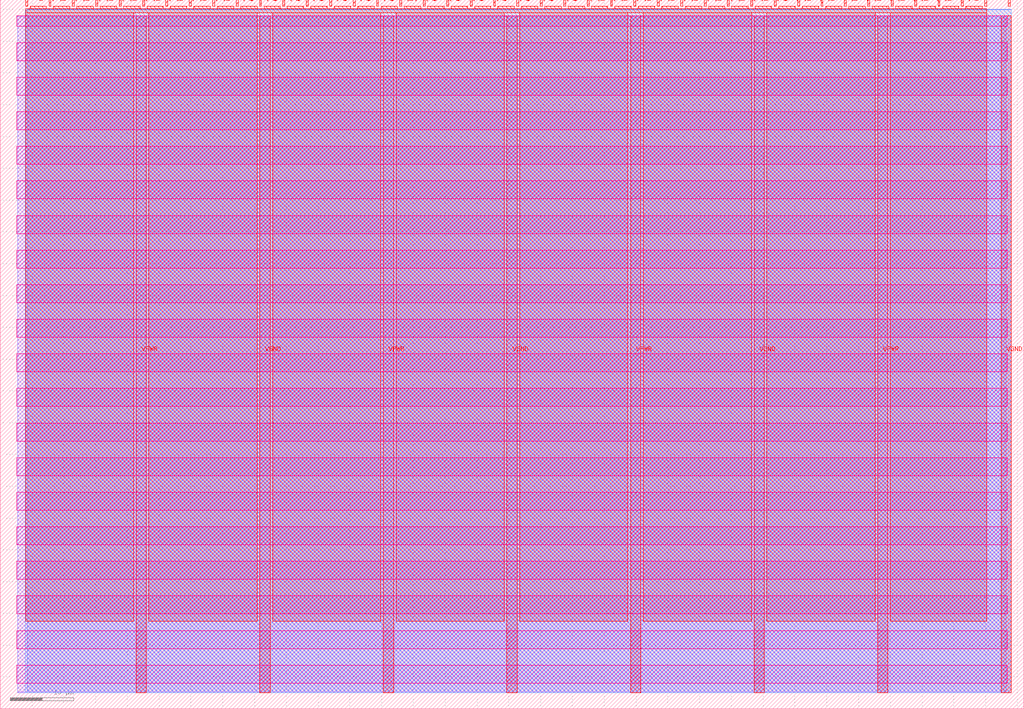
<source format=lef>
VERSION 5.7 ;
  NOWIREEXTENSIONATPIN ON ;
  DIVIDERCHAR "/" ;
  BUSBITCHARS "[]" ;
MACRO tt_um_seanyen0_SIMON
  CLASS BLOCK ;
  FOREIGN tt_um_seanyen0_SIMON ;
  ORIGIN 0.000 0.000 ;
  SIZE 161.000 BY 111.520 ;
  PIN VGND
    DIRECTION INOUT ;
    USE GROUND ;
    PORT
      LAYER met4 ;
        RECT 40.830 2.480 42.430 109.040 ;
    END
    PORT
      LAYER met4 ;
        RECT 79.700 2.480 81.300 109.040 ;
    END
    PORT
      LAYER met4 ;
        RECT 118.570 2.480 120.170 109.040 ;
    END
    PORT
      LAYER met4 ;
        RECT 157.440 2.480 159.040 109.040 ;
    END
  END VGND
  PIN VPWR
    DIRECTION INOUT ;
    USE POWER ;
    PORT
      LAYER met4 ;
        RECT 21.395 2.480 22.995 109.040 ;
    END
    PORT
      LAYER met4 ;
        RECT 60.265 2.480 61.865 109.040 ;
    END
    PORT
      LAYER met4 ;
        RECT 99.135 2.480 100.735 109.040 ;
    END
    PORT
      LAYER met4 ;
        RECT 138.005 2.480 139.605 109.040 ;
    END
  END VPWR
  PIN clk
    DIRECTION INPUT ;
    USE SIGNAL ;
    ANTENNAGATEAREA 0.852000 ;
    PORT
      LAYER met4 ;
        RECT 154.870 110.520 155.170 111.520 ;
    END
  END clk
  PIN ena
    DIRECTION INPUT ;
    USE SIGNAL ;
    PORT
      LAYER met4 ;
        RECT 158.550 110.520 158.850 111.520 ;
    END
  END ena
  PIN rst_n
    DIRECTION INPUT ;
    USE SIGNAL ;
    ANTENNAGATEAREA 0.196500 ;
    PORT
      LAYER met4 ;
        RECT 151.190 110.520 151.490 111.520 ;
    END
  END rst_n
  PIN ui_in[0]
    DIRECTION INPUT ;
    USE SIGNAL ;
    ANTENNAGATEAREA 0.196500 ;
    PORT
      LAYER met4 ;
        RECT 147.510 110.520 147.810 111.520 ;
    END
  END ui_in[0]
  PIN ui_in[1]
    DIRECTION INPUT ;
    USE SIGNAL ;
    ANTENNAGATEAREA 0.196500 ;
    PORT
      LAYER met4 ;
        RECT 143.830 110.520 144.130 111.520 ;
    END
  END ui_in[1]
  PIN ui_in[2]
    DIRECTION INPUT ;
    USE SIGNAL ;
    ANTENNAGATEAREA 0.196500 ;
    PORT
      LAYER met4 ;
        RECT 140.150 110.520 140.450 111.520 ;
    END
  END ui_in[2]
  PIN ui_in[3]
    DIRECTION INPUT ;
    USE SIGNAL ;
    ANTENNAGATEAREA 0.196500 ;
    PORT
      LAYER met4 ;
        RECT 136.470 110.520 136.770 111.520 ;
    END
  END ui_in[3]
  PIN ui_in[4]
    DIRECTION INPUT ;
    USE SIGNAL ;
    ANTENNAGATEAREA 0.318000 ;
    PORT
      LAYER met4 ;
        RECT 132.790 110.520 133.090 111.520 ;
    END
  END ui_in[4]
  PIN ui_in[5]
    DIRECTION INPUT ;
    USE SIGNAL ;
    ANTENNAGATEAREA 0.318000 ;
    PORT
      LAYER met4 ;
        RECT 129.110 110.520 129.410 111.520 ;
    END
  END ui_in[5]
  PIN ui_in[6]
    DIRECTION INPUT ;
    USE SIGNAL ;
    ANTENNAGATEAREA 0.318000 ;
    PORT
      LAYER met4 ;
        RECT 125.430 110.520 125.730 111.520 ;
    END
  END ui_in[6]
  PIN ui_in[7]
    DIRECTION INPUT ;
    USE SIGNAL ;
    ANTENNAGATEAREA 0.196500 ;
    PORT
      LAYER met4 ;
        RECT 121.750 110.520 122.050 111.520 ;
    END
  END ui_in[7]
  PIN uio_in[0]
    DIRECTION INPUT ;
    USE SIGNAL ;
    PORT
      LAYER met4 ;
        RECT 118.070 110.520 118.370 111.520 ;
    END
  END uio_in[0]
  PIN uio_in[1]
    DIRECTION INPUT ;
    USE SIGNAL ;
    PORT
      LAYER met4 ;
        RECT 114.390 110.520 114.690 111.520 ;
    END
  END uio_in[1]
  PIN uio_in[2]
    DIRECTION INPUT ;
    USE SIGNAL ;
    PORT
      LAYER met4 ;
        RECT 110.710 110.520 111.010 111.520 ;
    END
  END uio_in[2]
  PIN uio_in[3]
    DIRECTION INPUT ;
    USE SIGNAL ;
    PORT
      LAYER met4 ;
        RECT 107.030 110.520 107.330 111.520 ;
    END
  END uio_in[3]
  PIN uio_in[4]
    DIRECTION INPUT ;
    USE SIGNAL ;
    PORT
      LAYER met4 ;
        RECT 103.350 110.520 103.650 111.520 ;
    END
  END uio_in[4]
  PIN uio_in[5]
    DIRECTION INPUT ;
    USE SIGNAL ;
    PORT
      LAYER met4 ;
        RECT 99.670 110.520 99.970 111.520 ;
    END
  END uio_in[5]
  PIN uio_in[6]
    DIRECTION INPUT ;
    USE SIGNAL ;
    PORT
      LAYER met4 ;
        RECT 95.990 110.520 96.290 111.520 ;
    END
  END uio_in[6]
  PIN uio_in[7]
    DIRECTION INPUT ;
    USE SIGNAL ;
    PORT
      LAYER met4 ;
        RECT 92.310 110.520 92.610 111.520 ;
    END
  END uio_in[7]
  PIN uio_oe[0]
    DIRECTION OUTPUT TRISTATE ;
    USE SIGNAL ;
    PORT
      LAYER met4 ;
        RECT 29.750 110.520 30.050 111.520 ;
    END
  END uio_oe[0]
  PIN uio_oe[1]
    DIRECTION OUTPUT TRISTATE ;
    USE SIGNAL ;
    PORT
      LAYER met4 ;
        RECT 26.070 110.520 26.370 111.520 ;
    END
  END uio_oe[1]
  PIN uio_oe[2]
    DIRECTION OUTPUT TRISTATE ;
    USE SIGNAL ;
    PORT
      LAYER met4 ;
        RECT 22.390 110.520 22.690 111.520 ;
    END
  END uio_oe[2]
  PIN uio_oe[3]
    DIRECTION OUTPUT TRISTATE ;
    USE SIGNAL ;
    PORT
      LAYER met4 ;
        RECT 18.710 110.520 19.010 111.520 ;
    END
  END uio_oe[3]
  PIN uio_oe[4]
    DIRECTION OUTPUT TRISTATE ;
    USE SIGNAL ;
    PORT
      LAYER met4 ;
        RECT 15.030 110.520 15.330 111.520 ;
    END
  END uio_oe[4]
  PIN uio_oe[5]
    DIRECTION OUTPUT TRISTATE ;
    USE SIGNAL ;
    PORT
      LAYER met4 ;
        RECT 11.350 110.520 11.650 111.520 ;
    END
  END uio_oe[5]
  PIN uio_oe[6]
    DIRECTION OUTPUT TRISTATE ;
    USE SIGNAL ;
    PORT
      LAYER met4 ;
        RECT 7.670 110.520 7.970 111.520 ;
    END
  END uio_oe[6]
  PIN uio_oe[7]
    DIRECTION OUTPUT TRISTATE ;
    USE SIGNAL ;
    PORT
      LAYER met4 ;
        RECT 3.990 110.520 4.290 111.520 ;
    END
  END uio_oe[7]
  PIN uio_out[0]
    DIRECTION OUTPUT TRISTATE ;
    USE SIGNAL ;
    PORT
      LAYER met4 ;
        RECT 59.190 110.520 59.490 111.520 ;
    END
  END uio_out[0]
  PIN uio_out[1]
    DIRECTION OUTPUT TRISTATE ;
    USE SIGNAL ;
    PORT
      LAYER met4 ;
        RECT 55.510 110.520 55.810 111.520 ;
    END
  END uio_out[1]
  PIN uio_out[2]
    DIRECTION OUTPUT TRISTATE ;
    USE SIGNAL ;
    PORT
      LAYER met4 ;
        RECT 51.830 110.520 52.130 111.520 ;
    END
  END uio_out[2]
  PIN uio_out[3]
    DIRECTION OUTPUT TRISTATE ;
    USE SIGNAL ;
    PORT
      LAYER met4 ;
        RECT 48.150 110.520 48.450 111.520 ;
    END
  END uio_out[3]
  PIN uio_out[4]
    DIRECTION OUTPUT TRISTATE ;
    USE SIGNAL ;
    PORT
      LAYER met4 ;
        RECT 44.470 110.520 44.770 111.520 ;
    END
  END uio_out[4]
  PIN uio_out[5]
    DIRECTION OUTPUT TRISTATE ;
    USE SIGNAL ;
    PORT
      LAYER met4 ;
        RECT 40.790 110.520 41.090 111.520 ;
    END
  END uio_out[5]
  PIN uio_out[6]
    DIRECTION OUTPUT TRISTATE ;
    USE SIGNAL ;
    PORT
      LAYER met4 ;
        RECT 37.110 110.520 37.410 111.520 ;
    END
  END uio_out[6]
  PIN uio_out[7]
    DIRECTION OUTPUT TRISTATE ;
    USE SIGNAL ;
    PORT
      LAYER met4 ;
        RECT 33.430 110.520 33.730 111.520 ;
    END
  END uio_out[7]
  PIN uo_out[0]
    DIRECTION OUTPUT TRISTATE ;
    USE SIGNAL ;
    ANTENNADIFFAREA 0.445500 ;
    PORT
      LAYER met4 ;
        RECT 88.630 110.520 88.930 111.520 ;
    END
  END uo_out[0]
  PIN uo_out[1]
    DIRECTION OUTPUT TRISTATE ;
    USE SIGNAL ;
    ANTENNADIFFAREA 0.445500 ;
    PORT
      LAYER met4 ;
        RECT 84.950 110.520 85.250 111.520 ;
    END
  END uo_out[1]
  PIN uo_out[2]
    DIRECTION OUTPUT TRISTATE ;
    USE SIGNAL ;
    ANTENNADIFFAREA 0.795200 ;
    PORT
      LAYER met4 ;
        RECT 81.270 110.520 81.570 111.520 ;
    END
  END uo_out[2]
  PIN uo_out[3]
    DIRECTION OUTPUT TRISTATE ;
    USE SIGNAL ;
    ANTENNADIFFAREA 0.445500 ;
    PORT
      LAYER met4 ;
        RECT 77.590 110.520 77.890 111.520 ;
    END
  END uo_out[3]
  PIN uo_out[4]
    DIRECTION OUTPUT TRISTATE ;
    USE SIGNAL ;
    ANTENNADIFFAREA 0.445500 ;
    PORT
      LAYER met4 ;
        RECT 73.910 110.520 74.210 111.520 ;
    END
  END uo_out[4]
  PIN uo_out[5]
    DIRECTION OUTPUT TRISTATE ;
    USE SIGNAL ;
    ANTENNADIFFAREA 0.445500 ;
    PORT
      LAYER met4 ;
        RECT 70.230 110.520 70.530 111.520 ;
    END
  END uo_out[5]
  PIN uo_out[6]
    DIRECTION OUTPUT TRISTATE ;
    USE SIGNAL ;
    ANTENNADIFFAREA 1.336500 ;
    PORT
      LAYER met4 ;
        RECT 66.550 110.520 66.850 111.520 ;
    END
  END uo_out[6]
  PIN uo_out[7]
    DIRECTION OUTPUT TRISTATE ;
    USE SIGNAL ;
    ANTENNADIFFAREA 0.445500 ;
    PORT
      LAYER met4 ;
        RECT 62.870 110.520 63.170 111.520 ;
    END
  END uo_out[7]
  OBS
      LAYER nwell ;
        RECT 2.570 107.385 158.430 108.990 ;
        RECT 2.570 101.945 158.430 104.775 ;
        RECT 2.570 96.505 158.430 99.335 ;
        RECT 2.570 91.065 158.430 93.895 ;
        RECT 2.570 85.625 158.430 88.455 ;
        RECT 2.570 80.185 158.430 83.015 ;
        RECT 2.570 74.745 158.430 77.575 ;
        RECT 2.570 69.305 158.430 72.135 ;
        RECT 2.570 63.865 158.430 66.695 ;
        RECT 2.570 58.425 158.430 61.255 ;
        RECT 2.570 52.985 158.430 55.815 ;
        RECT 2.570 47.545 158.430 50.375 ;
        RECT 2.570 42.105 158.430 44.935 ;
        RECT 2.570 36.665 158.430 39.495 ;
        RECT 2.570 31.225 158.430 34.055 ;
        RECT 2.570 25.785 158.430 28.615 ;
        RECT 2.570 20.345 158.430 23.175 ;
        RECT 2.570 14.905 158.430 17.735 ;
        RECT 2.570 9.465 158.430 12.295 ;
        RECT 2.570 4.025 158.430 6.855 ;
      LAYER li1 ;
        RECT 2.760 2.635 158.240 108.885 ;
      LAYER met1 ;
        RECT 2.760 2.480 159.040 109.040 ;
      LAYER met2 ;
        RECT 4.230 2.535 159.010 110.005 ;
      LAYER met3 ;
        RECT 3.950 2.555 159.030 109.985 ;
      LAYER met4 ;
        RECT 4.690 110.120 7.270 110.520 ;
        RECT 8.370 110.120 10.950 110.520 ;
        RECT 12.050 110.120 14.630 110.520 ;
        RECT 15.730 110.120 18.310 110.520 ;
        RECT 19.410 110.120 21.990 110.520 ;
        RECT 23.090 110.120 25.670 110.520 ;
        RECT 26.770 110.120 29.350 110.520 ;
        RECT 30.450 110.120 33.030 110.520 ;
        RECT 34.130 110.120 36.710 110.520 ;
        RECT 37.810 110.120 40.390 110.520 ;
        RECT 41.490 110.120 44.070 110.520 ;
        RECT 45.170 110.120 47.750 110.520 ;
        RECT 48.850 110.120 51.430 110.520 ;
        RECT 52.530 110.120 55.110 110.520 ;
        RECT 56.210 110.120 58.790 110.520 ;
        RECT 59.890 110.120 62.470 110.520 ;
        RECT 63.570 110.120 66.150 110.520 ;
        RECT 67.250 110.120 69.830 110.520 ;
        RECT 70.930 110.120 73.510 110.520 ;
        RECT 74.610 110.120 77.190 110.520 ;
        RECT 78.290 110.120 80.870 110.520 ;
        RECT 81.970 110.120 84.550 110.520 ;
        RECT 85.650 110.120 88.230 110.520 ;
        RECT 89.330 110.120 91.910 110.520 ;
        RECT 93.010 110.120 95.590 110.520 ;
        RECT 96.690 110.120 99.270 110.520 ;
        RECT 100.370 110.120 102.950 110.520 ;
        RECT 104.050 110.120 106.630 110.520 ;
        RECT 107.730 110.120 110.310 110.520 ;
        RECT 111.410 110.120 113.990 110.520 ;
        RECT 115.090 110.120 117.670 110.520 ;
        RECT 118.770 110.120 121.350 110.520 ;
        RECT 122.450 110.120 125.030 110.520 ;
        RECT 126.130 110.120 128.710 110.520 ;
        RECT 129.810 110.120 132.390 110.520 ;
        RECT 133.490 110.120 136.070 110.520 ;
        RECT 137.170 110.120 139.750 110.520 ;
        RECT 140.850 110.120 143.430 110.520 ;
        RECT 144.530 110.120 147.110 110.520 ;
        RECT 148.210 110.120 150.790 110.520 ;
        RECT 151.890 110.120 154.470 110.520 ;
        RECT 3.975 109.440 155.185 110.120 ;
        RECT 3.975 13.775 20.995 109.440 ;
        RECT 23.395 13.775 40.430 109.440 ;
        RECT 42.830 13.775 59.865 109.440 ;
        RECT 62.265 13.775 79.300 109.440 ;
        RECT 81.700 13.775 98.735 109.440 ;
        RECT 101.135 13.775 118.170 109.440 ;
        RECT 120.570 13.775 137.605 109.440 ;
        RECT 140.005 13.775 155.185 109.440 ;
  END
END tt_um_seanyen0_SIMON
END LIBRARY


</source>
